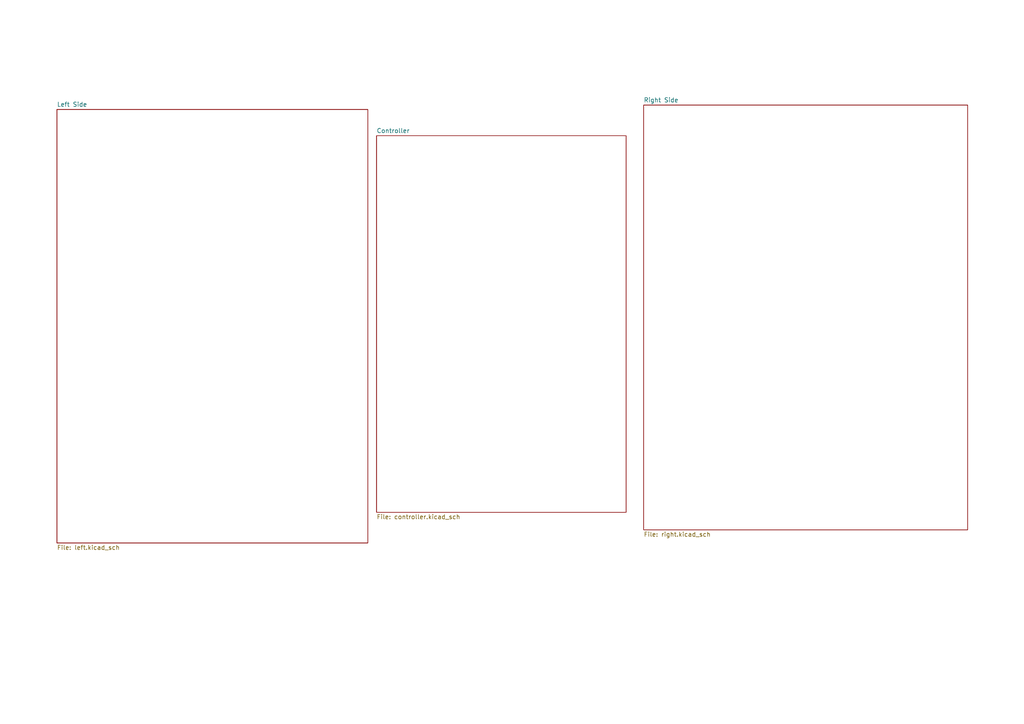
<source format=kicad_sch>
(kicad_sch (version 20230121) (generator eeschema)
  (paper "A4")
  (title_block (title "Keyboard Mk2") (rev "1"))
  (lib_symbols)
  (sheet (at 109.22 39.37) (size 72.39 109.22) (stroke (width 0.1524))
    (property "Sheetname" "Controller" (at 109.22 38.6584 0) (effects (justify left bottom)))
    (property "Sheetfile" "controller.kicad_sch" (at 109.22 149.1746 0) (effects (justify left top)))
  )
  (sheet (at 16.51 31.75) (size 90.17 125.73) (stroke (width 0.1524))
    (property "Sheetname" "Left Side" (at 16.51 31.0384 0) (effects (justify left bottom)))
    (property "Sheetfile" "left.kicad_sch" (at 16.51 158.0646 0) (effects (justify left top)))
  )
  (sheet (at 186.69 30.48) (size 93.98 123.19) (stroke (width 0.1524))
    (property "Sheetname" "Right Side" (at 186.69 29.7684 0) (effects (justify left bottom)))
    (property "Sheetfile" "right.kicad_sch" (at 186.69 154.2546 0) (effects (justify left top)))
  )
)
</source>
